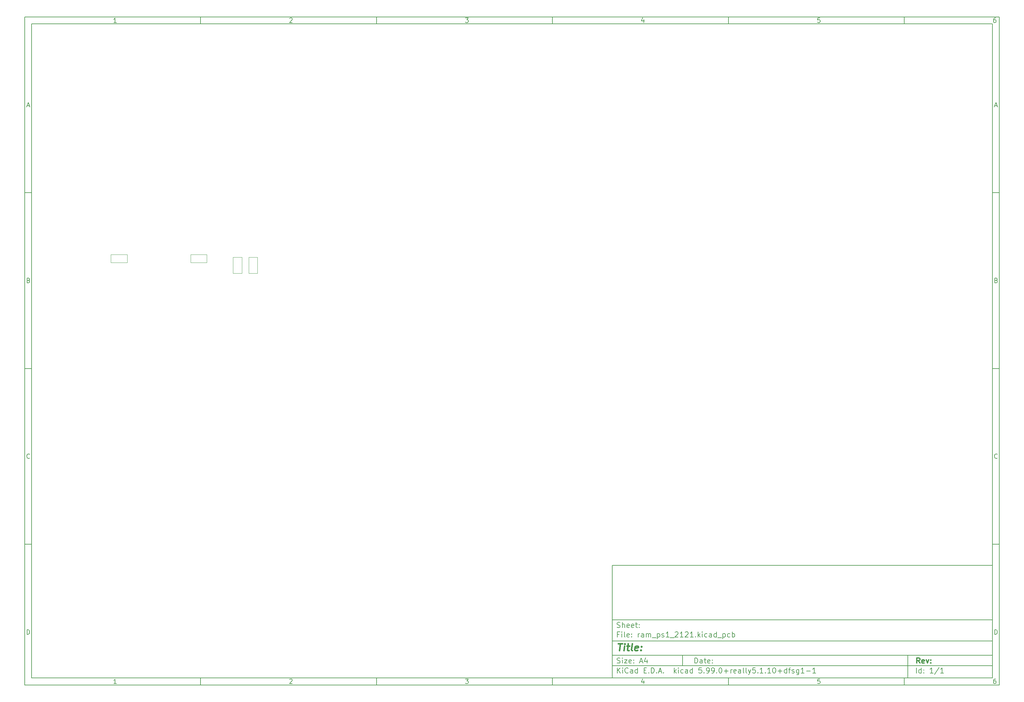
<source format=gbr>
%TF.GenerationSoftware,KiCad,Pcbnew,5.99.0+really5.1.10+dfsg1-1*%
%TF.CreationDate,2022-01-09T16:24:14+01:00*%
%TF.ProjectId,ram_ps1_2121,72616d5f-7073-4315-9f32-3132312e6b69,rev?*%
%TF.SameCoordinates,Original*%
%TF.FileFunction,Other,User*%
%FSLAX46Y46*%
G04 Gerber Fmt 4.6, Leading zero omitted, Abs format (unit mm)*
G04 Created by KiCad (PCBNEW 5.99.0+really5.1.10+dfsg1-1) date 2022-01-09 16:24:14*
%MOMM*%
%LPD*%
G01*
G04 APERTURE LIST*
%ADD10C,0.100000*%
%ADD11C,0.150000*%
%ADD12C,0.300000*%
%ADD13C,0.400000*%
%ADD14C,0.050000*%
G04 APERTURE END LIST*
D10*
D11*
X177002200Y-166007200D02*
X177002200Y-198007200D01*
X285002200Y-198007200D01*
X285002200Y-166007200D01*
X177002200Y-166007200D01*
D10*
D11*
X10000000Y-10000000D02*
X10000000Y-200007200D01*
X287002200Y-200007200D01*
X287002200Y-10000000D01*
X10000000Y-10000000D01*
D10*
D11*
X12000000Y-12000000D02*
X12000000Y-198007200D01*
X285002200Y-198007200D01*
X285002200Y-12000000D01*
X12000000Y-12000000D01*
D10*
D11*
X60000000Y-12000000D02*
X60000000Y-10000000D01*
D10*
D11*
X110000000Y-12000000D02*
X110000000Y-10000000D01*
D10*
D11*
X160000000Y-12000000D02*
X160000000Y-10000000D01*
D10*
D11*
X210000000Y-12000000D02*
X210000000Y-10000000D01*
D10*
D11*
X260000000Y-12000000D02*
X260000000Y-10000000D01*
D10*
D11*
X36065476Y-11588095D02*
X35322619Y-11588095D01*
X35694047Y-11588095D02*
X35694047Y-10288095D01*
X35570238Y-10473809D01*
X35446428Y-10597619D01*
X35322619Y-10659523D01*
D10*
D11*
X85322619Y-10411904D02*
X85384523Y-10350000D01*
X85508333Y-10288095D01*
X85817857Y-10288095D01*
X85941666Y-10350000D01*
X86003571Y-10411904D01*
X86065476Y-10535714D01*
X86065476Y-10659523D01*
X86003571Y-10845238D01*
X85260714Y-11588095D01*
X86065476Y-11588095D01*
D10*
D11*
X135260714Y-10288095D02*
X136065476Y-10288095D01*
X135632142Y-10783333D01*
X135817857Y-10783333D01*
X135941666Y-10845238D01*
X136003571Y-10907142D01*
X136065476Y-11030952D01*
X136065476Y-11340476D01*
X136003571Y-11464285D01*
X135941666Y-11526190D01*
X135817857Y-11588095D01*
X135446428Y-11588095D01*
X135322619Y-11526190D01*
X135260714Y-11464285D01*
D10*
D11*
X185941666Y-10721428D02*
X185941666Y-11588095D01*
X185632142Y-10226190D02*
X185322619Y-11154761D01*
X186127380Y-11154761D01*
D10*
D11*
X236003571Y-10288095D02*
X235384523Y-10288095D01*
X235322619Y-10907142D01*
X235384523Y-10845238D01*
X235508333Y-10783333D01*
X235817857Y-10783333D01*
X235941666Y-10845238D01*
X236003571Y-10907142D01*
X236065476Y-11030952D01*
X236065476Y-11340476D01*
X236003571Y-11464285D01*
X235941666Y-11526190D01*
X235817857Y-11588095D01*
X235508333Y-11588095D01*
X235384523Y-11526190D01*
X235322619Y-11464285D01*
D10*
D11*
X285941666Y-10288095D02*
X285694047Y-10288095D01*
X285570238Y-10350000D01*
X285508333Y-10411904D01*
X285384523Y-10597619D01*
X285322619Y-10845238D01*
X285322619Y-11340476D01*
X285384523Y-11464285D01*
X285446428Y-11526190D01*
X285570238Y-11588095D01*
X285817857Y-11588095D01*
X285941666Y-11526190D01*
X286003571Y-11464285D01*
X286065476Y-11340476D01*
X286065476Y-11030952D01*
X286003571Y-10907142D01*
X285941666Y-10845238D01*
X285817857Y-10783333D01*
X285570238Y-10783333D01*
X285446428Y-10845238D01*
X285384523Y-10907142D01*
X285322619Y-11030952D01*
D10*
D11*
X60000000Y-198007200D02*
X60000000Y-200007200D01*
D10*
D11*
X110000000Y-198007200D02*
X110000000Y-200007200D01*
D10*
D11*
X160000000Y-198007200D02*
X160000000Y-200007200D01*
D10*
D11*
X210000000Y-198007200D02*
X210000000Y-200007200D01*
D10*
D11*
X260000000Y-198007200D02*
X260000000Y-200007200D01*
D10*
D11*
X36065476Y-199595295D02*
X35322619Y-199595295D01*
X35694047Y-199595295D02*
X35694047Y-198295295D01*
X35570238Y-198481009D01*
X35446428Y-198604819D01*
X35322619Y-198666723D01*
D10*
D11*
X85322619Y-198419104D02*
X85384523Y-198357200D01*
X85508333Y-198295295D01*
X85817857Y-198295295D01*
X85941666Y-198357200D01*
X86003571Y-198419104D01*
X86065476Y-198542914D01*
X86065476Y-198666723D01*
X86003571Y-198852438D01*
X85260714Y-199595295D01*
X86065476Y-199595295D01*
D10*
D11*
X135260714Y-198295295D02*
X136065476Y-198295295D01*
X135632142Y-198790533D01*
X135817857Y-198790533D01*
X135941666Y-198852438D01*
X136003571Y-198914342D01*
X136065476Y-199038152D01*
X136065476Y-199347676D01*
X136003571Y-199471485D01*
X135941666Y-199533390D01*
X135817857Y-199595295D01*
X135446428Y-199595295D01*
X135322619Y-199533390D01*
X135260714Y-199471485D01*
D10*
D11*
X185941666Y-198728628D02*
X185941666Y-199595295D01*
X185632142Y-198233390D02*
X185322619Y-199161961D01*
X186127380Y-199161961D01*
D10*
D11*
X236003571Y-198295295D02*
X235384523Y-198295295D01*
X235322619Y-198914342D01*
X235384523Y-198852438D01*
X235508333Y-198790533D01*
X235817857Y-198790533D01*
X235941666Y-198852438D01*
X236003571Y-198914342D01*
X236065476Y-199038152D01*
X236065476Y-199347676D01*
X236003571Y-199471485D01*
X235941666Y-199533390D01*
X235817857Y-199595295D01*
X235508333Y-199595295D01*
X235384523Y-199533390D01*
X235322619Y-199471485D01*
D10*
D11*
X285941666Y-198295295D02*
X285694047Y-198295295D01*
X285570238Y-198357200D01*
X285508333Y-198419104D01*
X285384523Y-198604819D01*
X285322619Y-198852438D01*
X285322619Y-199347676D01*
X285384523Y-199471485D01*
X285446428Y-199533390D01*
X285570238Y-199595295D01*
X285817857Y-199595295D01*
X285941666Y-199533390D01*
X286003571Y-199471485D01*
X286065476Y-199347676D01*
X286065476Y-199038152D01*
X286003571Y-198914342D01*
X285941666Y-198852438D01*
X285817857Y-198790533D01*
X285570238Y-198790533D01*
X285446428Y-198852438D01*
X285384523Y-198914342D01*
X285322619Y-199038152D01*
D10*
D11*
X10000000Y-60000000D02*
X12000000Y-60000000D01*
D10*
D11*
X10000000Y-110000000D02*
X12000000Y-110000000D01*
D10*
D11*
X10000000Y-160000000D02*
X12000000Y-160000000D01*
D10*
D11*
X10690476Y-35216666D02*
X11309523Y-35216666D01*
X10566666Y-35588095D02*
X11000000Y-34288095D01*
X11433333Y-35588095D01*
D10*
D11*
X11092857Y-84907142D02*
X11278571Y-84969047D01*
X11340476Y-85030952D01*
X11402380Y-85154761D01*
X11402380Y-85340476D01*
X11340476Y-85464285D01*
X11278571Y-85526190D01*
X11154761Y-85588095D01*
X10659523Y-85588095D01*
X10659523Y-84288095D01*
X11092857Y-84288095D01*
X11216666Y-84350000D01*
X11278571Y-84411904D01*
X11340476Y-84535714D01*
X11340476Y-84659523D01*
X11278571Y-84783333D01*
X11216666Y-84845238D01*
X11092857Y-84907142D01*
X10659523Y-84907142D01*
D10*
D11*
X11402380Y-135464285D02*
X11340476Y-135526190D01*
X11154761Y-135588095D01*
X11030952Y-135588095D01*
X10845238Y-135526190D01*
X10721428Y-135402380D01*
X10659523Y-135278571D01*
X10597619Y-135030952D01*
X10597619Y-134845238D01*
X10659523Y-134597619D01*
X10721428Y-134473809D01*
X10845238Y-134350000D01*
X11030952Y-134288095D01*
X11154761Y-134288095D01*
X11340476Y-134350000D01*
X11402380Y-134411904D01*
D10*
D11*
X10659523Y-185588095D02*
X10659523Y-184288095D01*
X10969047Y-184288095D01*
X11154761Y-184350000D01*
X11278571Y-184473809D01*
X11340476Y-184597619D01*
X11402380Y-184845238D01*
X11402380Y-185030952D01*
X11340476Y-185278571D01*
X11278571Y-185402380D01*
X11154761Y-185526190D01*
X10969047Y-185588095D01*
X10659523Y-185588095D01*
D10*
D11*
X287002200Y-60000000D02*
X285002200Y-60000000D01*
D10*
D11*
X287002200Y-110000000D02*
X285002200Y-110000000D01*
D10*
D11*
X287002200Y-160000000D02*
X285002200Y-160000000D01*
D10*
D11*
X285692676Y-35216666D02*
X286311723Y-35216666D01*
X285568866Y-35588095D02*
X286002200Y-34288095D01*
X286435533Y-35588095D01*
D10*
D11*
X286095057Y-84907142D02*
X286280771Y-84969047D01*
X286342676Y-85030952D01*
X286404580Y-85154761D01*
X286404580Y-85340476D01*
X286342676Y-85464285D01*
X286280771Y-85526190D01*
X286156961Y-85588095D01*
X285661723Y-85588095D01*
X285661723Y-84288095D01*
X286095057Y-84288095D01*
X286218866Y-84350000D01*
X286280771Y-84411904D01*
X286342676Y-84535714D01*
X286342676Y-84659523D01*
X286280771Y-84783333D01*
X286218866Y-84845238D01*
X286095057Y-84907142D01*
X285661723Y-84907142D01*
D10*
D11*
X286404580Y-135464285D02*
X286342676Y-135526190D01*
X286156961Y-135588095D01*
X286033152Y-135588095D01*
X285847438Y-135526190D01*
X285723628Y-135402380D01*
X285661723Y-135278571D01*
X285599819Y-135030952D01*
X285599819Y-134845238D01*
X285661723Y-134597619D01*
X285723628Y-134473809D01*
X285847438Y-134350000D01*
X286033152Y-134288095D01*
X286156961Y-134288095D01*
X286342676Y-134350000D01*
X286404580Y-134411904D01*
D10*
D11*
X285661723Y-185588095D02*
X285661723Y-184288095D01*
X285971247Y-184288095D01*
X286156961Y-184350000D01*
X286280771Y-184473809D01*
X286342676Y-184597619D01*
X286404580Y-184845238D01*
X286404580Y-185030952D01*
X286342676Y-185278571D01*
X286280771Y-185402380D01*
X286156961Y-185526190D01*
X285971247Y-185588095D01*
X285661723Y-185588095D01*
D10*
D11*
X200434342Y-193785771D02*
X200434342Y-192285771D01*
X200791485Y-192285771D01*
X201005771Y-192357200D01*
X201148628Y-192500057D01*
X201220057Y-192642914D01*
X201291485Y-192928628D01*
X201291485Y-193142914D01*
X201220057Y-193428628D01*
X201148628Y-193571485D01*
X201005771Y-193714342D01*
X200791485Y-193785771D01*
X200434342Y-193785771D01*
X202577200Y-193785771D02*
X202577200Y-193000057D01*
X202505771Y-192857200D01*
X202362914Y-192785771D01*
X202077200Y-192785771D01*
X201934342Y-192857200D01*
X202577200Y-193714342D02*
X202434342Y-193785771D01*
X202077200Y-193785771D01*
X201934342Y-193714342D01*
X201862914Y-193571485D01*
X201862914Y-193428628D01*
X201934342Y-193285771D01*
X202077200Y-193214342D01*
X202434342Y-193214342D01*
X202577200Y-193142914D01*
X203077200Y-192785771D02*
X203648628Y-192785771D01*
X203291485Y-192285771D02*
X203291485Y-193571485D01*
X203362914Y-193714342D01*
X203505771Y-193785771D01*
X203648628Y-193785771D01*
X204720057Y-193714342D02*
X204577200Y-193785771D01*
X204291485Y-193785771D01*
X204148628Y-193714342D01*
X204077200Y-193571485D01*
X204077200Y-193000057D01*
X204148628Y-192857200D01*
X204291485Y-192785771D01*
X204577200Y-192785771D01*
X204720057Y-192857200D01*
X204791485Y-193000057D01*
X204791485Y-193142914D01*
X204077200Y-193285771D01*
X205434342Y-193642914D02*
X205505771Y-193714342D01*
X205434342Y-193785771D01*
X205362914Y-193714342D01*
X205434342Y-193642914D01*
X205434342Y-193785771D01*
X205434342Y-192857200D02*
X205505771Y-192928628D01*
X205434342Y-193000057D01*
X205362914Y-192928628D01*
X205434342Y-192857200D01*
X205434342Y-193000057D01*
D10*
D11*
X177002200Y-194507200D02*
X285002200Y-194507200D01*
D10*
D11*
X178434342Y-196585771D02*
X178434342Y-195085771D01*
X179291485Y-196585771D02*
X178648628Y-195728628D01*
X179291485Y-195085771D02*
X178434342Y-195942914D01*
X179934342Y-196585771D02*
X179934342Y-195585771D01*
X179934342Y-195085771D02*
X179862914Y-195157200D01*
X179934342Y-195228628D01*
X180005771Y-195157200D01*
X179934342Y-195085771D01*
X179934342Y-195228628D01*
X181505771Y-196442914D02*
X181434342Y-196514342D01*
X181220057Y-196585771D01*
X181077200Y-196585771D01*
X180862914Y-196514342D01*
X180720057Y-196371485D01*
X180648628Y-196228628D01*
X180577200Y-195942914D01*
X180577200Y-195728628D01*
X180648628Y-195442914D01*
X180720057Y-195300057D01*
X180862914Y-195157200D01*
X181077200Y-195085771D01*
X181220057Y-195085771D01*
X181434342Y-195157200D01*
X181505771Y-195228628D01*
X182791485Y-196585771D02*
X182791485Y-195800057D01*
X182720057Y-195657200D01*
X182577200Y-195585771D01*
X182291485Y-195585771D01*
X182148628Y-195657200D01*
X182791485Y-196514342D02*
X182648628Y-196585771D01*
X182291485Y-196585771D01*
X182148628Y-196514342D01*
X182077200Y-196371485D01*
X182077200Y-196228628D01*
X182148628Y-196085771D01*
X182291485Y-196014342D01*
X182648628Y-196014342D01*
X182791485Y-195942914D01*
X184148628Y-196585771D02*
X184148628Y-195085771D01*
X184148628Y-196514342D02*
X184005771Y-196585771D01*
X183720057Y-196585771D01*
X183577200Y-196514342D01*
X183505771Y-196442914D01*
X183434342Y-196300057D01*
X183434342Y-195871485D01*
X183505771Y-195728628D01*
X183577200Y-195657200D01*
X183720057Y-195585771D01*
X184005771Y-195585771D01*
X184148628Y-195657200D01*
X186005771Y-195800057D02*
X186505771Y-195800057D01*
X186720057Y-196585771D02*
X186005771Y-196585771D01*
X186005771Y-195085771D01*
X186720057Y-195085771D01*
X187362914Y-196442914D02*
X187434342Y-196514342D01*
X187362914Y-196585771D01*
X187291485Y-196514342D01*
X187362914Y-196442914D01*
X187362914Y-196585771D01*
X188077200Y-196585771D02*
X188077200Y-195085771D01*
X188434342Y-195085771D01*
X188648628Y-195157200D01*
X188791485Y-195300057D01*
X188862914Y-195442914D01*
X188934342Y-195728628D01*
X188934342Y-195942914D01*
X188862914Y-196228628D01*
X188791485Y-196371485D01*
X188648628Y-196514342D01*
X188434342Y-196585771D01*
X188077200Y-196585771D01*
X189577200Y-196442914D02*
X189648628Y-196514342D01*
X189577200Y-196585771D01*
X189505771Y-196514342D01*
X189577200Y-196442914D01*
X189577200Y-196585771D01*
X190220057Y-196157200D02*
X190934342Y-196157200D01*
X190077200Y-196585771D02*
X190577200Y-195085771D01*
X191077200Y-196585771D01*
X191577200Y-196442914D02*
X191648628Y-196514342D01*
X191577200Y-196585771D01*
X191505771Y-196514342D01*
X191577200Y-196442914D01*
X191577200Y-196585771D01*
X194577200Y-196585771D02*
X194577200Y-195085771D01*
X194720057Y-196014342D02*
X195148628Y-196585771D01*
X195148628Y-195585771D02*
X194577200Y-196157200D01*
X195791485Y-196585771D02*
X195791485Y-195585771D01*
X195791485Y-195085771D02*
X195720057Y-195157200D01*
X195791485Y-195228628D01*
X195862914Y-195157200D01*
X195791485Y-195085771D01*
X195791485Y-195228628D01*
X197148628Y-196514342D02*
X197005771Y-196585771D01*
X196720057Y-196585771D01*
X196577200Y-196514342D01*
X196505771Y-196442914D01*
X196434342Y-196300057D01*
X196434342Y-195871485D01*
X196505771Y-195728628D01*
X196577200Y-195657200D01*
X196720057Y-195585771D01*
X197005771Y-195585771D01*
X197148628Y-195657200D01*
X198434342Y-196585771D02*
X198434342Y-195800057D01*
X198362914Y-195657200D01*
X198220057Y-195585771D01*
X197934342Y-195585771D01*
X197791485Y-195657200D01*
X198434342Y-196514342D02*
X198291485Y-196585771D01*
X197934342Y-196585771D01*
X197791485Y-196514342D01*
X197720057Y-196371485D01*
X197720057Y-196228628D01*
X197791485Y-196085771D01*
X197934342Y-196014342D01*
X198291485Y-196014342D01*
X198434342Y-195942914D01*
X199791485Y-196585771D02*
X199791485Y-195085771D01*
X199791485Y-196514342D02*
X199648628Y-196585771D01*
X199362914Y-196585771D01*
X199220057Y-196514342D01*
X199148628Y-196442914D01*
X199077200Y-196300057D01*
X199077200Y-195871485D01*
X199148628Y-195728628D01*
X199220057Y-195657200D01*
X199362914Y-195585771D01*
X199648628Y-195585771D01*
X199791485Y-195657200D01*
X202362914Y-195085771D02*
X201648628Y-195085771D01*
X201577200Y-195800057D01*
X201648628Y-195728628D01*
X201791485Y-195657200D01*
X202148628Y-195657200D01*
X202291485Y-195728628D01*
X202362914Y-195800057D01*
X202434342Y-195942914D01*
X202434342Y-196300057D01*
X202362914Y-196442914D01*
X202291485Y-196514342D01*
X202148628Y-196585771D01*
X201791485Y-196585771D01*
X201648628Y-196514342D01*
X201577200Y-196442914D01*
X203077200Y-196442914D02*
X203148628Y-196514342D01*
X203077200Y-196585771D01*
X203005771Y-196514342D01*
X203077200Y-196442914D01*
X203077200Y-196585771D01*
X203862914Y-196585771D02*
X204148628Y-196585771D01*
X204291485Y-196514342D01*
X204362914Y-196442914D01*
X204505771Y-196228628D01*
X204577200Y-195942914D01*
X204577200Y-195371485D01*
X204505771Y-195228628D01*
X204434342Y-195157200D01*
X204291485Y-195085771D01*
X204005771Y-195085771D01*
X203862914Y-195157200D01*
X203791485Y-195228628D01*
X203720057Y-195371485D01*
X203720057Y-195728628D01*
X203791485Y-195871485D01*
X203862914Y-195942914D01*
X204005771Y-196014342D01*
X204291485Y-196014342D01*
X204434342Y-195942914D01*
X204505771Y-195871485D01*
X204577200Y-195728628D01*
X205291485Y-196585771D02*
X205577200Y-196585771D01*
X205720057Y-196514342D01*
X205791485Y-196442914D01*
X205934342Y-196228628D01*
X206005771Y-195942914D01*
X206005771Y-195371485D01*
X205934342Y-195228628D01*
X205862914Y-195157200D01*
X205720057Y-195085771D01*
X205434342Y-195085771D01*
X205291485Y-195157200D01*
X205220057Y-195228628D01*
X205148628Y-195371485D01*
X205148628Y-195728628D01*
X205220057Y-195871485D01*
X205291485Y-195942914D01*
X205434342Y-196014342D01*
X205720057Y-196014342D01*
X205862914Y-195942914D01*
X205934342Y-195871485D01*
X206005771Y-195728628D01*
X206648628Y-196442914D02*
X206720057Y-196514342D01*
X206648628Y-196585771D01*
X206577200Y-196514342D01*
X206648628Y-196442914D01*
X206648628Y-196585771D01*
X207648628Y-195085771D02*
X207791485Y-195085771D01*
X207934342Y-195157200D01*
X208005771Y-195228628D01*
X208077200Y-195371485D01*
X208148628Y-195657200D01*
X208148628Y-196014342D01*
X208077200Y-196300057D01*
X208005771Y-196442914D01*
X207934342Y-196514342D01*
X207791485Y-196585771D01*
X207648628Y-196585771D01*
X207505771Y-196514342D01*
X207434342Y-196442914D01*
X207362914Y-196300057D01*
X207291485Y-196014342D01*
X207291485Y-195657200D01*
X207362914Y-195371485D01*
X207434342Y-195228628D01*
X207505771Y-195157200D01*
X207648628Y-195085771D01*
X208791485Y-196014342D02*
X209934342Y-196014342D01*
X209362914Y-196585771D02*
X209362914Y-195442914D01*
X210648628Y-196585771D02*
X210648628Y-195585771D01*
X210648628Y-195871485D02*
X210720057Y-195728628D01*
X210791485Y-195657200D01*
X210934342Y-195585771D01*
X211077200Y-195585771D01*
X212148628Y-196514342D02*
X212005771Y-196585771D01*
X211720057Y-196585771D01*
X211577200Y-196514342D01*
X211505771Y-196371485D01*
X211505771Y-195800057D01*
X211577200Y-195657200D01*
X211720057Y-195585771D01*
X212005771Y-195585771D01*
X212148628Y-195657200D01*
X212220057Y-195800057D01*
X212220057Y-195942914D01*
X211505771Y-196085771D01*
X213505771Y-196585771D02*
X213505771Y-195800057D01*
X213434342Y-195657200D01*
X213291485Y-195585771D01*
X213005771Y-195585771D01*
X212862914Y-195657200D01*
X213505771Y-196514342D02*
X213362914Y-196585771D01*
X213005771Y-196585771D01*
X212862914Y-196514342D01*
X212791485Y-196371485D01*
X212791485Y-196228628D01*
X212862914Y-196085771D01*
X213005771Y-196014342D01*
X213362914Y-196014342D01*
X213505771Y-195942914D01*
X214434342Y-196585771D02*
X214291485Y-196514342D01*
X214220057Y-196371485D01*
X214220057Y-195085771D01*
X215220057Y-196585771D02*
X215077200Y-196514342D01*
X215005771Y-196371485D01*
X215005771Y-195085771D01*
X215648628Y-195585771D02*
X216005771Y-196585771D01*
X216362914Y-195585771D02*
X216005771Y-196585771D01*
X215862914Y-196942914D01*
X215791485Y-197014342D01*
X215648628Y-197085771D01*
X217648628Y-195085771D02*
X216934342Y-195085771D01*
X216862914Y-195800057D01*
X216934342Y-195728628D01*
X217077200Y-195657200D01*
X217434342Y-195657200D01*
X217577200Y-195728628D01*
X217648628Y-195800057D01*
X217720057Y-195942914D01*
X217720057Y-196300057D01*
X217648628Y-196442914D01*
X217577200Y-196514342D01*
X217434342Y-196585771D01*
X217077200Y-196585771D01*
X216934342Y-196514342D01*
X216862914Y-196442914D01*
X218362914Y-196442914D02*
X218434342Y-196514342D01*
X218362914Y-196585771D01*
X218291485Y-196514342D01*
X218362914Y-196442914D01*
X218362914Y-196585771D01*
X219862914Y-196585771D02*
X219005771Y-196585771D01*
X219434342Y-196585771D02*
X219434342Y-195085771D01*
X219291485Y-195300057D01*
X219148628Y-195442914D01*
X219005771Y-195514342D01*
X220505771Y-196442914D02*
X220577200Y-196514342D01*
X220505771Y-196585771D01*
X220434342Y-196514342D01*
X220505771Y-196442914D01*
X220505771Y-196585771D01*
X222005771Y-196585771D02*
X221148628Y-196585771D01*
X221577200Y-196585771D02*
X221577200Y-195085771D01*
X221434342Y-195300057D01*
X221291485Y-195442914D01*
X221148628Y-195514342D01*
X222934342Y-195085771D02*
X223077200Y-195085771D01*
X223220057Y-195157200D01*
X223291485Y-195228628D01*
X223362914Y-195371485D01*
X223434342Y-195657200D01*
X223434342Y-196014342D01*
X223362914Y-196300057D01*
X223291485Y-196442914D01*
X223220057Y-196514342D01*
X223077200Y-196585771D01*
X222934342Y-196585771D01*
X222791485Y-196514342D01*
X222720057Y-196442914D01*
X222648628Y-196300057D01*
X222577200Y-196014342D01*
X222577200Y-195657200D01*
X222648628Y-195371485D01*
X222720057Y-195228628D01*
X222791485Y-195157200D01*
X222934342Y-195085771D01*
X224077200Y-196014342D02*
X225220057Y-196014342D01*
X224648628Y-196585771D02*
X224648628Y-195442914D01*
X226577200Y-196585771D02*
X226577200Y-195085771D01*
X226577200Y-196514342D02*
X226434342Y-196585771D01*
X226148628Y-196585771D01*
X226005771Y-196514342D01*
X225934342Y-196442914D01*
X225862914Y-196300057D01*
X225862914Y-195871485D01*
X225934342Y-195728628D01*
X226005771Y-195657200D01*
X226148628Y-195585771D01*
X226434342Y-195585771D01*
X226577200Y-195657200D01*
X227077200Y-195585771D02*
X227648628Y-195585771D01*
X227291485Y-196585771D02*
X227291485Y-195300057D01*
X227362914Y-195157200D01*
X227505771Y-195085771D01*
X227648628Y-195085771D01*
X228077200Y-196514342D02*
X228220057Y-196585771D01*
X228505771Y-196585771D01*
X228648628Y-196514342D01*
X228720057Y-196371485D01*
X228720057Y-196300057D01*
X228648628Y-196157200D01*
X228505771Y-196085771D01*
X228291485Y-196085771D01*
X228148628Y-196014342D01*
X228077200Y-195871485D01*
X228077200Y-195800057D01*
X228148628Y-195657200D01*
X228291485Y-195585771D01*
X228505771Y-195585771D01*
X228648628Y-195657200D01*
X230005771Y-195585771D02*
X230005771Y-196800057D01*
X229934342Y-196942914D01*
X229862914Y-197014342D01*
X229720057Y-197085771D01*
X229505771Y-197085771D01*
X229362914Y-197014342D01*
X230005771Y-196514342D02*
X229862914Y-196585771D01*
X229577200Y-196585771D01*
X229434342Y-196514342D01*
X229362914Y-196442914D01*
X229291485Y-196300057D01*
X229291485Y-195871485D01*
X229362914Y-195728628D01*
X229434342Y-195657200D01*
X229577200Y-195585771D01*
X229862914Y-195585771D01*
X230005771Y-195657200D01*
X231505771Y-196585771D02*
X230648628Y-196585771D01*
X231077200Y-196585771D02*
X231077200Y-195085771D01*
X230934342Y-195300057D01*
X230791485Y-195442914D01*
X230648628Y-195514342D01*
X232148628Y-196014342D02*
X233291485Y-196014342D01*
X234791485Y-196585771D02*
X233934342Y-196585771D01*
X234362914Y-196585771D02*
X234362914Y-195085771D01*
X234220057Y-195300057D01*
X234077200Y-195442914D01*
X233934342Y-195514342D01*
D10*
D11*
X177002200Y-191507200D02*
X285002200Y-191507200D01*
D10*
D12*
X264411485Y-193785771D02*
X263911485Y-193071485D01*
X263554342Y-193785771D02*
X263554342Y-192285771D01*
X264125771Y-192285771D01*
X264268628Y-192357200D01*
X264340057Y-192428628D01*
X264411485Y-192571485D01*
X264411485Y-192785771D01*
X264340057Y-192928628D01*
X264268628Y-193000057D01*
X264125771Y-193071485D01*
X263554342Y-193071485D01*
X265625771Y-193714342D02*
X265482914Y-193785771D01*
X265197200Y-193785771D01*
X265054342Y-193714342D01*
X264982914Y-193571485D01*
X264982914Y-193000057D01*
X265054342Y-192857200D01*
X265197200Y-192785771D01*
X265482914Y-192785771D01*
X265625771Y-192857200D01*
X265697200Y-193000057D01*
X265697200Y-193142914D01*
X264982914Y-193285771D01*
X266197200Y-192785771D02*
X266554342Y-193785771D01*
X266911485Y-192785771D01*
X267482914Y-193642914D02*
X267554342Y-193714342D01*
X267482914Y-193785771D01*
X267411485Y-193714342D01*
X267482914Y-193642914D01*
X267482914Y-193785771D01*
X267482914Y-192857200D02*
X267554342Y-192928628D01*
X267482914Y-193000057D01*
X267411485Y-192928628D01*
X267482914Y-192857200D01*
X267482914Y-193000057D01*
D10*
D11*
X178362914Y-193714342D02*
X178577200Y-193785771D01*
X178934342Y-193785771D01*
X179077200Y-193714342D01*
X179148628Y-193642914D01*
X179220057Y-193500057D01*
X179220057Y-193357200D01*
X179148628Y-193214342D01*
X179077200Y-193142914D01*
X178934342Y-193071485D01*
X178648628Y-193000057D01*
X178505771Y-192928628D01*
X178434342Y-192857200D01*
X178362914Y-192714342D01*
X178362914Y-192571485D01*
X178434342Y-192428628D01*
X178505771Y-192357200D01*
X178648628Y-192285771D01*
X179005771Y-192285771D01*
X179220057Y-192357200D01*
X179862914Y-193785771D02*
X179862914Y-192785771D01*
X179862914Y-192285771D02*
X179791485Y-192357200D01*
X179862914Y-192428628D01*
X179934342Y-192357200D01*
X179862914Y-192285771D01*
X179862914Y-192428628D01*
X180434342Y-192785771D02*
X181220057Y-192785771D01*
X180434342Y-193785771D01*
X181220057Y-193785771D01*
X182362914Y-193714342D02*
X182220057Y-193785771D01*
X181934342Y-193785771D01*
X181791485Y-193714342D01*
X181720057Y-193571485D01*
X181720057Y-193000057D01*
X181791485Y-192857200D01*
X181934342Y-192785771D01*
X182220057Y-192785771D01*
X182362914Y-192857200D01*
X182434342Y-193000057D01*
X182434342Y-193142914D01*
X181720057Y-193285771D01*
X183077200Y-193642914D02*
X183148628Y-193714342D01*
X183077200Y-193785771D01*
X183005771Y-193714342D01*
X183077200Y-193642914D01*
X183077200Y-193785771D01*
X183077200Y-192857200D02*
X183148628Y-192928628D01*
X183077200Y-193000057D01*
X183005771Y-192928628D01*
X183077200Y-192857200D01*
X183077200Y-193000057D01*
X184862914Y-193357200D02*
X185577200Y-193357200D01*
X184720057Y-193785771D02*
X185220057Y-192285771D01*
X185720057Y-193785771D01*
X186862914Y-192785771D02*
X186862914Y-193785771D01*
X186505771Y-192214342D02*
X186148628Y-193285771D01*
X187077200Y-193285771D01*
D10*
D11*
X263434342Y-196585771D02*
X263434342Y-195085771D01*
X264791485Y-196585771D02*
X264791485Y-195085771D01*
X264791485Y-196514342D02*
X264648628Y-196585771D01*
X264362914Y-196585771D01*
X264220057Y-196514342D01*
X264148628Y-196442914D01*
X264077200Y-196300057D01*
X264077200Y-195871485D01*
X264148628Y-195728628D01*
X264220057Y-195657200D01*
X264362914Y-195585771D01*
X264648628Y-195585771D01*
X264791485Y-195657200D01*
X265505771Y-196442914D02*
X265577200Y-196514342D01*
X265505771Y-196585771D01*
X265434342Y-196514342D01*
X265505771Y-196442914D01*
X265505771Y-196585771D01*
X265505771Y-195657200D02*
X265577200Y-195728628D01*
X265505771Y-195800057D01*
X265434342Y-195728628D01*
X265505771Y-195657200D01*
X265505771Y-195800057D01*
X268148628Y-196585771D02*
X267291485Y-196585771D01*
X267720057Y-196585771D02*
X267720057Y-195085771D01*
X267577200Y-195300057D01*
X267434342Y-195442914D01*
X267291485Y-195514342D01*
X269862914Y-195014342D02*
X268577200Y-196942914D01*
X271148628Y-196585771D02*
X270291485Y-196585771D01*
X270720057Y-196585771D02*
X270720057Y-195085771D01*
X270577200Y-195300057D01*
X270434342Y-195442914D01*
X270291485Y-195514342D01*
D10*
D11*
X177002200Y-187507200D02*
X285002200Y-187507200D01*
D10*
D13*
X178714580Y-188211961D02*
X179857438Y-188211961D01*
X179036009Y-190211961D02*
X179286009Y-188211961D01*
X180274104Y-190211961D02*
X180440771Y-188878628D01*
X180524104Y-188211961D02*
X180416961Y-188307200D01*
X180500295Y-188402438D01*
X180607438Y-188307200D01*
X180524104Y-188211961D01*
X180500295Y-188402438D01*
X181107438Y-188878628D02*
X181869342Y-188878628D01*
X181476485Y-188211961D02*
X181262200Y-189926247D01*
X181333628Y-190116723D01*
X181512200Y-190211961D01*
X181702676Y-190211961D01*
X182655057Y-190211961D02*
X182476485Y-190116723D01*
X182405057Y-189926247D01*
X182619342Y-188211961D01*
X184190771Y-190116723D02*
X183988390Y-190211961D01*
X183607438Y-190211961D01*
X183428866Y-190116723D01*
X183357438Y-189926247D01*
X183452676Y-189164342D01*
X183571723Y-188973866D01*
X183774104Y-188878628D01*
X184155057Y-188878628D01*
X184333628Y-188973866D01*
X184405057Y-189164342D01*
X184381247Y-189354819D01*
X183405057Y-189545295D01*
X185155057Y-190021485D02*
X185238390Y-190116723D01*
X185131247Y-190211961D01*
X185047914Y-190116723D01*
X185155057Y-190021485D01*
X185131247Y-190211961D01*
X185286009Y-188973866D02*
X185369342Y-189069104D01*
X185262200Y-189164342D01*
X185178866Y-189069104D01*
X185286009Y-188973866D01*
X185262200Y-189164342D01*
D10*
D11*
X178934342Y-185600057D02*
X178434342Y-185600057D01*
X178434342Y-186385771D02*
X178434342Y-184885771D01*
X179148628Y-184885771D01*
X179720057Y-186385771D02*
X179720057Y-185385771D01*
X179720057Y-184885771D02*
X179648628Y-184957200D01*
X179720057Y-185028628D01*
X179791485Y-184957200D01*
X179720057Y-184885771D01*
X179720057Y-185028628D01*
X180648628Y-186385771D02*
X180505771Y-186314342D01*
X180434342Y-186171485D01*
X180434342Y-184885771D01*
X181791485Y-186314342D02*
X181648628Y-186385771D01*
X181362914Y-186385771D01*
X181220057Y-186314342D01*
X181148628Y-186171485D01*
X181148628Y-185600057D01*
X181220057Y-185457200D01*
X181362914Y-185385771D01*
X181648628Y-185385771D01*
X181791485Y-185457200D01*
X181862914Y-185600057D01*
X181862914Y-185742914D01*
X181148628Y-185885771D01*
X182505771Y-186242914D02*
X182577200Y-186314342D01*
X182505771Y-186385771D01*
X182434342Y-186314342D01*
X182505771Y-186242914D01*
X182505771Y-186385771D01*
X182505771Y-185457200D02*
X182577200Y-185528628D01*
X182505771Y-185600057D01*
X182434342Y-185528628D01*
X182505771Y-185457200D01*
X182505771Y-185600057D01*
X184362914Y-186385771D02*
X184362914Y-185385771D01*
X184362914Y-185671485D02*
X184434342Y-185528628D01*
X184505771Y-185457200D01*
X184648628Y-185385771D01*
X184791485Y-185385771D01*
X185934342Y-186385771D02*
X185934342Y-185600057D01*
X185862914Y-185457200D01*
X185720057Y-185385771D01*
X185434342Y-185385771D01*
X185291485Y-185457200D01*
X185934342Y-186314342D02*
X185791485Y-186385771D01*
X185434342Y-186385771D01*
X185291485Y-186314342D01*
X185220057Y-186171485D01*
X185220057Y-186028628D01*
X185291485Y-185885771D01*
X185434342Y-185814342D01*
X185791485Y-185814342D01*
X185934342Y-185742914D01*
X186648628Y-186385771D02*
X186648628Y-185385771D01*
X186648628Y-185528628D02*
X186720057Y-185457200D01*
X186862914Y-185385771D01*
X187077200Y-185385771D01*
X187220057Y-185457200D01*
X187291485Y-185600057D01*
X187291485Y-186385771D01*
X187291485Y-185600057D02*
X187362914Y-185457200D01*
X187505771Y-185385771D01*
X187720057Y-185385771D01*
X187862914Y-185457200D01*
X187934342Y-185600057D01*
X187934342Y-186385771D01*
X188291485Y-186528628D02*
X189434342Y-186528628D01*
X189791485Y-185385771D02*
X189791485Y-186885771D01*
X189791485Y-185457200D02*
X189934342Y-185385771D01*
X190220057Y-185385771D01*
X190362914Y-185457200D01*
X190434342Y-185528628D01*
X190505771Y-185671485D01*
X190505771Y-186100057D01*
X190434342Y-186242914D01*
X190362914Y-186314342D01*
X190220057Y-186385771D01*
X189934342Y-186385771D01*
X189791485Y-186314342D01*
X191077200Y-186314342D02*
X191220057Y-186385771D01*
X191505771Y-186385771D01*
X191648628Y-186314342D01*
X191720057Y-186171485D01*
X191720057Y-186100057D01*
X191648628Y-185957200D01*
X191505771Y-185885771D01*
X191291485Y-185885771D01*
X191148628Y-185814342D01*
X191077200Y-185671485D01*
X191077200Y-185600057D01*
X191148628Y-185457200D01*
X191291485Y-185385771D01*
X191505771Y-185385771D01*
X191648628Y-185457200D01*
X193148628Y-186385771D02*
X192291485Y-186385771D01*
X192720057Y-186385771D02*
X192720057Y-184885771D01*
X192577200Y-185100057D01*
X192434342Y-185242914D01*
X192291485Y-185314342D01*
X193434342Y-186528628D02*
X194577200Y-186528628D01*
X194862914Y-185028628D02*
X194934342Y-184957200D01*
X195077200Y-184885771D01*
X195434342Y-184885771D01*
X195577200Y-184957200D01*
X195648628Y-185028628D01*
X195720057Y-185171485D01*
X195720057Y-185314342D01*
X195648628Y-185528628D01*
X194791485Y-186385771D01*
X195720057Y-186385771D01*
X197148628Y-186385771D02*
X196291485Y-186385771D01*
X196720057Y-186385771D02*
X196720057Y-184885771D01*
X196577200Y-185100057D01*
X196434342Y-185242914D01*
X196291485Y-185314342D01*
X197720057Y-185028628D02*
X197791485Y-184957200D01*
X197934342Y-184885771D01*
X198291485Y-184885771D01*
X198434342Y-184957200D01*
X198505771Y-185028628D01*
X198577200Y-185171485D01*
X198577200Y-185314342D01*
X198505771Y-185528628D01*
X197648628Y-186385771D01*
X198577200Y-186385771D01*
X200005771Y-186385771D02*
X199148628Y-186385771D01*
X199577200Y-186385771D02*
X199577200Y-184885771D01*
X199434342Y-185100057D01*
X199291485Y-185242914D01*
X199148628Y-185314342D01*
X200648628Y-186242914D02*
X200720057Y-186314342D01*
X200648628Y-186385771D01*
X200577200Y-186314342D01*
X200648628Y-186242914D01*
X200648628Y-186385771D01*
X201362914Y-186385771D02*
X201362914Y-184885771D01*
X201505771Y-185814342D02*
X201934342Y-186385771D01*
X201934342Y-185385771D02*
X201362914Y-185957200D01*
X202577200Y-186385771D02*
X202577200Y-185385771D01*
X202577200Y-184885771D02*
X202505771Y-184957200D01*
X202577200Y-185028628D01*
X202648628Y-184957200D01*
X202577200Y-184885771D01*
X202577200Y-185028628D01*
X203934342Y-186314342D02*
X203791485Y-186385771D01*
X203505771Y-186385771D01*
X203362914Y-186314342D01*
X203291485Y-186242914D01*
X203220057Y-186100057D01*
X203220057Y-185671485D01*
X203291485Y-185528628D01*
X203362914Y-185457200D01*
X203505771Y-185385771D01*
X203791485Y-185385771D01*
X203934342Y-185457200D01*
X205220057Y-186385771D02*
X205220057Y-185600057D01*
X205148628Y-185457200D01*
X205005771Y-185385771D01*
X204720057Y-185385771D01*
X204577200Y-185457200D01*
X205220057Y-186314342D02*
X205077200Y-186385771D01*
X204720057Y-186385771D01*
X204577200Y-186314342D01*
X204505771Y-186171485D01*
X204505771Y-186028628D01*
X204577200Y-185885771D01*
X204720057Y-185814342D01*
X205077200Y-185814342D01*
X205220057Y-185742914D01*
X206577200Y-186385771D02*
X206577200Y-184885771D01*
X206577200Y-186314342D02*
X206434342Y-186385771D01*
X206148628Y-186385771D01*
X206005771Y-186314342D01*
X205934342Y-186242914D01*
X205862914Y-186100057D01*
X205862914Y-185671485D01*
X205934342Y-185528628D01*
X206005771Y-185457200D01*
X206148628Y-185385771D01*
X206434342Y-185385771D01*
X206577200Y-185457200D01*
X206934342Y-186528628D02*
X208077200Y-186528628D01*
X208434342Y-185385771D02*
X208434342Y-186885771D01*
X208434342Y-185457200D02*
X208577200Y-185385771D01*
X208862914Y-185385771D01*
X209005771Y-185457200D01*
X209077200Y-185528628D01*
X209148628Y-185671485D01*
X209148628Y-186100057D01*
X209077200Y-186242914D01*
X209005771Y-186314342D01*
X208862914Y-186385771D01*
X208577200Y-186385771D01*
X208434342Y-186314342D01*
X210434342Y-186314342D02*
X210291485Y-186385771D01*
X210005771Y-186385771D01*
X209862914Y-186314342D01*
X209791485Y-186242914D01*
X209720057Y-186100057D01*
X209720057Y-185671485D01*
X209791485Y-185528628D01*
X209862914Y-185457200D01*
X210005771Y-185385771D01*
X210291485Y-185385771D01*
X210434342Y-185457200D01*
X211077200Y-186385771D02*
X211077200Y-184885771D01*
X211077200Y-185457200D02*
X211220057Y-185385771D01*
X211505771Y-185385771D01*
X211648628Y-185457200D01*
X211720057Y-185528628D01*
X211791485Y-185671485D01*
X211791485Y-186100057D01*
X211720057Y-186242914D01*
X211648628Y-186314342D01*
X211505771Y-186385771D01*
X211220057Y-186385771D01*
X211077200Y-186314342D01*
D10*
D11*
X177002200Y-181507200D02*
X285002200Y-181507200D01*
D10*
D11*
X178362914Y-183614342D02*
X178577200Y-183685771D01*
X178934342Y-183685771D01*
X179077200Y-183614342D01*
X179148628Y-183542914D01*
X179220057Y-183400057D01*
X179220057Y-183257200D01*
X179148628Y-183114342D01*
X179077200Y-183042914D01*
X178934342Y-182971485D01*
X178648628Y-182900057D01*
X178505771Y-182828628D01*
X178434342Y-182757200D01*
X178362914Y-182614342D01*
X178362914Y-182471485D01*
X178434342Y-182328628D01*
X178505771Y-182257200D01*
X178648628Y-182185771D01*
X179005771Y-182185771D01*
X179220057Y-182257200D01*
X179862914Y-183685771D02*
X179862914Y-182185771D01*
X180505771Y-183685771D02*
X180505771Y-182900057D01*
X180434342Y-182757200D01*
X180291485Y-182685771D01*
X180077200Y-182685771D01*
X179934342Y-182757200D01*
X179862914Y-182828628D01*
X181791485Y-183614342D02*
X181648628Y-183685771D01*
X181362914Y-183685771D01*
X181220057Y-183614342D01*
X181148628Y-183471485D01*
X181148628Y-182900057D01*
X181220057Y-182757200D01*
X181362914Y-182685771D01*
X181648628Y-182685771D01*
X181791485Y-182757200D01*
X181862914Y-182900057D01*
X181862914Y-183042914D01*
X181148628Y-183185771D01*
X183077200Y-183614342D02*
X182934342Y-183685771D01*
X182648628Y-183685771D01*
X182505771Y-183614342D01*
X182434342Y-183471485D01*
X182434342Y-182900057D01*
X182505771Y-182757200D01*
X182648628Y-182685771D01*
X182934342Y-182685771D01*
X183077200Y-182757200D01*
X183148628Y-182900057D01*
X183148628Y-183042914D01*
X182434342Y-183185771D01*
X183577200Y-182685771D02*
X184148628Y-182685771D01*
X183791485Y-182185771D02*
X183791485Y-183471485D01*
X183862914Y-183614342D01*
X184005771Y-183685771D01*
X184148628Y-183685771D01*
X184648628Y-183542914D02*
X184720057Y-183614342D01*
X184648628Y-183685771D01*
X184577200Y-183614342D01*
X184648628Y-183542914D01*
X184648628Y-183685771D01*
X184648628Y-182757200D02*
X184720057Y-182828628D01*
X184648628Y-182900057D01*
X184577200Y-182828628D01*
X184648628Y-182757200D01*
X184648628Y-182900057D01*
D10*
D11*
X197002200Y-191507200D02*
X197002200Y-194507200D01*
D10*
D11*
X261002200Y-191507200D02*
X261002200Y-198007200D01*
D14*
%TO.C,C1*%
X34530000Y-79890000D02*
X34530000Y-77590000D01*
X34530000Y-77590000D02*
X39130000Y-77590000D01*
X39130000Y-77590000D02*
X39130000Y-79890000D01*
X39130000Y-79890000D02*
X34530000Y-79890000D01*
%TO.C,C2*%
X61785000Y-79890000D02*
X57185000Y-79890000D01*
X61785000Y-77590000D02*
X61785000Y-79890000D01*
X57185000Y-77590000D02*
X61785000Y-77590000D01*
X57185000Y-79890000D02*
X57185000Y-77590000D01*
%TO.C,SecBank*%
X76180000Y-78345000D02*
X76180000Y-82945000D01*
X76180000Y-78345000D02*
X73680000Y-78345000D01*
X73680000Y-82945000D02*
X76180000Y-82945000D01*
X73680000Y-82945000D02*
X73680000Y-78345000D01*
%TO.C,1MB_CD*%
X69235000Y-82945000D02*
X69235000Y-78345000D01*
X69235000Y-82945000D02*
X71735000Y-82945000D01*
X71735000Y-78345000D02*
X69235000Y-78345000D01*
X71735000Y-78345000D02*
X71735000Y-82945000D01*
%TD*%
M02*

</source>
